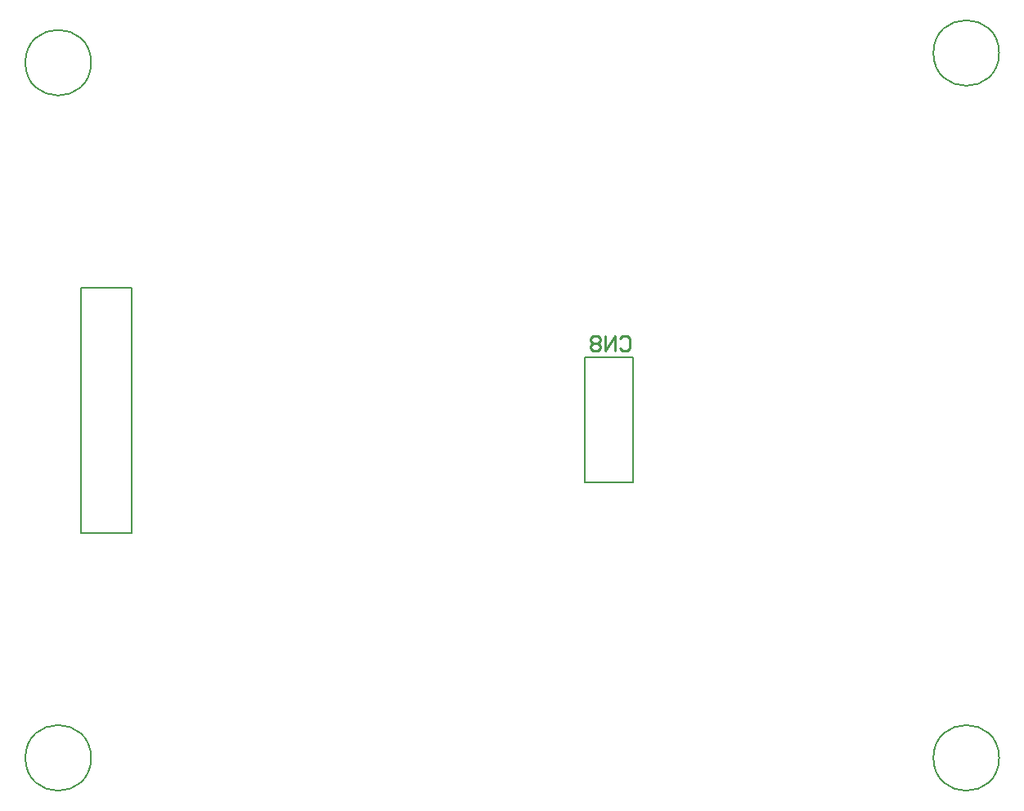
<source format=gbo>
G04*
G04 #@! TF.GenerationSoftware,Altium Limited,Altium Designer,21.4.1 (30)*
G04*
G04 Layer_Color=32896*
%FSLAX44Y44*%
%MOMM*%
G71*
G04*
G04 #@! TF.SameCoordinates,C757E9F2-7087-4A76-99C7-233D7C25EA9E*
G04*
G04*
G04 #@! TF.FilePolarity,Positive*
G04*
G01*
G75*
%ADD10C,0.2000*%
%ADD19C,0.2540*%
D10*
X94000Y780000D02*
G03*
X94000Y780000I-34000J0D01*
G01*
Y60000D02*
G03*
X94000Y60000I-34000J0D01*
G01*
X1034000D02*
G03*
X1034000Y60000I-34000J0D01*
G01*
Y790000D02*
G03*
X1034000Y790000I-34000J0D01*
G01*
X83750Y546750D02*
X83750Y293250D01*
X83750Y546750D02*
X136250D01*
X83750Y293250D02*
X136250D01*
Y546750D01*
X604700Y345300D02*
Y474800D01*
Y345300D02*
X655200D01*
X604700Y474800D02*
X655200D01*
Y345300D02*
Y474800D01*
D19*
X641629Y494330D02*
X644168Y496870D01*
X649246D01*
X651786Y494330D01*
Y484174D01*
X649246Y481635D01*
X644168D01*
X641629Y484174D01*
X636550Y481635D02*
Y496870D01*
X626394Y481635D01*
Y496870D01*
X621315Y494330D02*
X618776Y496870D01*
X613698D01*
X611159Y494330D01*
Y491791D01*
X613698Y489252D01*
X611159Y486713D01*
Y484174D01*
X613698Y481635D01*
X618776D01*
X621315Y484174D01*
Y486713D01*
X618776Y489252D01*
X621315Y491791D01*
Y494330D01*
X618776Y489252D02*
X613698D01*
M02*

</source>
